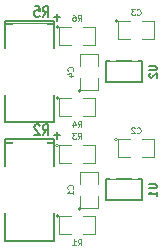
<source format=gbo>
G04 (created by PCBNEW (2013-mar-13)-testing) date Thu 04 Apr 2013 07:07:45 PM CEST*
%MOIN*%
G04 Gerber Fmt 3.4, Leading zero omitted, Abs format*
%FSLAX34Y34*%
G01*
G70*
G90*
G04 APERTURE LIST*
%ADD10C,0.006*%
%ADD11C,0.005*%
%ADD12C,0.0059*%
%ADD13C,0.0039*%
%ADD14C,0.00590551*%
%ADD15C,0.0043*%
%ADD16R,0.02X0.03*%
%ADD17R,0.1181X0.0787*%
%ADD18R,0.055X0.035*%
%ADD19R,0.035X0.055*%
%ADD20R,0.06X0.06*%
%ADD21C,0.06*%
%ADD22R,0.1X0.1*%
%ADD23C,0.1*%
%ADD24C,0.16*%
G04 APERTURE END LIST*
G54D10*
G54D11*
X42313Y-46303D02*
X42313Y-47003D01*
X42313Y-47003D02*
X43513Y-47003D01*
X43513Y-47003D02*
X43513Y-46303D01*
X43513Y-46303D02*
X42313Y-46303D01*
X42313Y-50240D02*
X42313Y-50940D01*
X42313Y-50940D02*
X43513Y-50940D01*
X43513Y-50940D02*
X43513Y-50240D01*
X43513Y-50240D02*
X42313Y-50240D01*
G54D12*
X38936Y-45078D02*
X40590Y-45078D01*
X38936Y-44960D02*
X40590Y-44960D01*
X38936Y-48346D02*
X40590Y-48346D01*
X40592Y-47439D02*
X40592Y-48339D01*
X38934Y-48339D02*
X38934Y-47439D01*
X38934Y-45866D02*
X38934Y-44966D01*
X40592Y-44967D02*
X40592Y-45867D01*
X38936Y-49015D02*
X40590Y-49015D01*
X38936Y-48897D02*
X40590Y-48897D01*
X38936Y-52283D02*
X40590Y-52283D01*
X40592Y-51376D02*
X40592Y-52276D01*
X38934Y-52276D02*
X38934Y-51376D01*
X38934Y-49803D02*
X38934Y-48903D01*
X40592Y-48904D02*
X40592Y-49804D01*
G54D13*
X41482Y-47303D02*
G75*
G03X41482Y-47303I-50J0D01*
G74*
G01*
X41432Y-46853D02*
X41432Y-47253D01*
X41432Y-47253D02*
X42032Y-47253D01*
X42032Y-47253D02*
X42032Y-46853D01*
X42032Y-46453D02*
X42032Y-46053D01*
X42032Y-46053D02*
X41432Y-46053D01*
X41432Y-46053D02*
X41432Y-46453D01*
X41482Y-51240D02*
G75*
G03X41482Y-51240I-50J0D01*
G74*
G01*
X41432Y-50790D02*
X41432Y-51190D01*
X41432Y-51190D02*
X42032Y-51190D01*
X42032Y-51190D02*
X42032Y-50790D01*
X42032Y-50390D02*
X42032Y-49990D01*
X42032Y-49990D02*
X41432Y-49990D01*
X41432Y-49990D02*
X41432Y-50390D01*
X40738Y-51471D02*
G75*
G03X40738Y-51471I-50J0D01*
G74*
G01*
X41138Y-51471D02*
X40738Y-51471D01*
X40738Y-51471D02*
X40738Y-52071D01*
X40738Y-52071D02*
X41138Y-52071D01*
X41538Y-52071D02*
X41938Y-52071D01*
X41938Y-52071D02*
X41938Y-51471D01*
X41938Y-51471D02*
X41538Y-51471D01*
X40738Y-49109D02*
G75*
G03X40738Y-49109I-50J0D01*
G74*
G01*
X41138Y-49109D02*
X40738Y-49109D01*
X40738Y-49109D02*
X40738Y-49709D01*
X40738Y-49709D02*
X41138Y-49709D01*
X41538Y-49709D02*
X41938Y-49709D01*
X41938Y-49709D02*
X41938Y-49109D01*
X41938Y-49109D02*
X41538Y-49109D01*
X40738Y-47534D02*
G75*
G03X40738Y-47534I-50J0D01*
G74*
G01*
X41138Y-47534D02*
X40738Y-47534D01*
X40738Y-47534D02*
X40738Y-48134D01*
X40738Y-48134D02*
X41138Y-48134D01*
X41538Y-48134D02*
X41938Y-48134D01*
X41938Y-48134D02*
X41938Y-47534D01*
X41938Y-47534D02*
X41538Y-47534D01*
X40738Y-45172D02*
G75*
G03X40738Y-45172I-50J0D01*
G74*
G01*
X41138Y-45172D02*
X40738Y-45172D01*
X40738Y-45172D02*
X40738Y-45772D01*
X40738Y-45772D02*
X41138Y-45772D01*
X41538Y-45772D02*
X41938Y-45772D01*
X41938Y-45772D02*
X41938Y-45172D01*
X41938Y-45172D02*
X41538Y-45172D01*
X42707Y-44975D02*
G75*
G03X42707Y-44975I-50J0D01*
G74*
G01*
X43107Y-44975D02*
X42707Y-44975D01*
X42707Y-44975D02*
X42707Y-45575D01*
X42707Y-45575D02*
X43107Y-45575D01*
X43507Y-45575D02*
X43907Y-45575D01*
X43907Y-45575D02*
X43907Y-44975D01*
X43907Y-44975D02*
X43507Y-44975D01*
X42707Y-48912D02*
G75*
G03X42707Y-48912I-50J0D01*
G74*
G01*
X43107Y-48912D02*
X42707Y-48912D01*
X42707Y-48912D02*
X42707Y-49512D01*
X42707Y-49512D02*
X43107Y-49512D01*
X43507Y-49512D02*
X43907Y-49512D01*
X43907Y-49512D02*
X43907Y-48912D01*
X43907Y-48912D02*
X43507Y-48912D01*
G54D11*
X43748Y-46463D02*
X43951Y-46463D01*
X43975Y-46474D01*
X43986Y-46486D01*
X43998Y-46510D01*
X43998Y-46558D01*
X43986Y-46582D01*
X43975Y-46594D01*
X43951Y-46605D01*
X43748Y-46605D01*
X43772Y-46713D02*
X43760Y-46724D01*
X43748Y-46748D01*
X43748Y-46808D01*
X43760Y-46832D01*
X43772Y-46844D01*
X43796Y-46855D01*
X43820Y-46855D01*
X43855Y-46844D01*
X43998Y-46701D01*
X43998Y-46855D01*
X43748Y-50400D02*
X43951Y-50400D01*
X43975Y-50411D01*
X43986Y-50423D01*
X43998Y-50447D01*
X43998Y-50495D01*
X43986Y-50519D01*
X43975Y-50531D01*
X43951Y-50542D01*
X43748Y-50542D01*
X43998Y-50792D02*
X43998Y-50650D01*
X43998Y-50721D02*
X43748Y-50721D01*
X43784Y-50697D01*
X43808Y-50673D01*
X43820Y-50650D01*
X40207Y-44826D02*
X40307Y-44660D01*
X40378Y-44826D02*
X40378Y-44476D01*
X40264Y-44476D01*
X40236Y-44493D01*
X40221Y-44510D01*
X40207Y-44543D01*
X40207Y-44593D01*
X40221Y-44626D01*
X40236Y-44643D01*
X40264Y-44660D01*
X40378Y-44660D01*
X39936Y-44476D02*
X40078Y-44476D01*
X40093Y-44643D01*
X40078Y-44626D01*
X40050Y-44610D01*
X39978Y-44610D01*
X39950Y-44626D01*
X39936Y-44643D01*
X39921Y-44676D01*
X39921Y-44760D01*
X39936Y-44793D01*
X39950Y-44810D01*
X39978Y-44826D01*
X40050Y-44826D01*
X40078Y-44810D01*
X40093Y-44793D01*
G54D14*
X40676Y-44737D02*
X40676Y-44947D01*
X40781Y-44842D02*
X40571Y-44842D01*
G54D11*
X40207Y-48763D02*
X40307Y-48597D01*
X40378Y-48763D02*
X40378Y-48413D01*
X40264Y-48413D01*
X40236Y-48430D01*
X40221Y-48447D01*
X40207Y-48480D01*
X40207Y-48530D01*
X40221Y-48563D01*
X40236Y-48580D01*
X40264Y-48597D01*
X40378Y-48597D01*
X40093Y-48447D02*
X40078Y-48430D01*
X40050Y-48413D01*
X39978Y-48413D01*
X39950Y-48430D01*
X39936Y-48447D01*
X39921Y-48480D01*
X39921Y-48513D01*
X39936Y-48563D01*
X40107Y-48763D01*
X39921Y-48763D01*
G54D14*
X40676Y-48674D02*
X40676Y-48884D01*
X40781Y-48779D02*
X40571Y-48779D01*
G54D15*
X41202Y-46620D02*
X41212Y-46611D01*
X41221Y-46583D01*
X41221Y-46564D01*
X41212Y-46536D01*
X41193Y-46517D01*
X41174Y-46508D01*
X41137Y-46498D01*
X41108Y-46498D01*
X41071Y-46508D01*
X41052Y-46517D01*
X41033Y-46536D01*
X41024Y-46564D01*
X41024Y-46583D01*
X41033Y-46611D01*
X41043Y-46620D01*
X41090Y-46789D02*
X41221Y-46789D01*
X41015Y-46742D02*
X41155Y-46695D01*
X41155Y-46817D01*
X41202Y-50557D02*
X41212Y-50548D01*
X41221Y-50520D01*
X41221Y-50501D01*
X41212Y-50473D01*
X41193Y-50454D01*
X41174Y-50445D01*
X41137Y-50435D01*
X41108Y-50435D01*
X41071Y-50445D01*
X41052Y-50454D01*
X41033Y-50473D01*
X41024Y-50501D01*
X41024Y-50520D01*
X41033Y-50548D01*
X41043Y-50557D01*
X41221Y-50745D02*
X41221Y-50632D01*
X41221Y-50689D02*
X41024Y-50689D01*
X41052Y-50670D01*
X41071Y-50651D01*
X41080Y-50632D01*
X41371Y-52441D02*
X41437Y-52348D01*
X41483Y-52441D02*
X41483Y-52244D01*
X41408Y-52244D01*
X41390Y-52254D01*
X41380Y-52263D01*
X41371Y-52282D01*
X41371Y-52310D01*
X41380Y-52329D01*
X41390Y-52338D01*
X41408Y-52348D01*
X41483Y-52348D01*
X41183Y-52441D02*
X41296Y-52441D01*
X41240Y-52441D02*
X41240Y-52244D01*
X41258Y-52273D01*
X41277Y-52291D01*
X41296Y-52301D01*
X41371Y-48898D02*
X41437Y-48804D01*
X41483Y-48898D02*
X41483Y-48701D01*
X41408Y-48701D01*
X41390Y-48711D01*
X41380Y-48720D01*
X41371Y-48739D01*
X41371Y-48767D01*
X41380Y-48786D01*
X41390Y-48795D01*
X41408Y-48804D01*
X41483Y-48804D01*
X41305Y-48701D02*
X41183Y-48701D01*
X41249Y-48776D01*
X41221Y-48776D01*
X41202Y-48786D01*
X41193Y-48795D01*
X41183Y-48814D01*
X41183Y-48861D01*
X41193Y-48879D01*
X41202Y-48889D01*
X41221Y-48898D01*
X41277Y-48898D01*
X41296Y-48889D01*
X41305Y-48879D01*
X41371Y-48504D02*
X41437Y-48411D01*
X41483Y-48504D02*
X41483Y-48307D01*
X41408Y-48307D01*
X41390Y-48317D01*
X41380Y-48326D01*
X41371Y-48345D01*
X41371Y-48373D01*
X41380Y-48392D01*
X41390Y-48401D01*
X41408Y-48411D01*
X41483Y-48411D01*
X41202Y-48373D02*
X41202Y-48504D01*
X41249Y-48298D02*
X41296Y-48439D01*
X41174Y-48439D01*
X41371Y-44961D02*
X41437Y-44867D01*
X41483Y-44961D02*
X41483Y-44764D01*
X41408Y-44764D01*
X41390Y-44774D01*
X41380Y-44783D01*
X41371Y-44802D01*
X41371Y-44830D01*
X41380Y-44849D01*
X41390Y-44858D01*
X41408Y-44867D01*
X41483Y-44867D01*
X41202Y-44764D02*
X41240Y-44764D01*
X41258Y-44774D01*
X41268Y-44783D01*
X41286Y-44811D01*
X41296Y-44849D01*
X41296Y-44924D01*
X41286Y-44942D01*
X41277Y-44952D01*
X41258Y-44961D01*
X41221Y-44961D01*
X41202Y-44952D01*
X41193Y-44942D01*
X41183Y-44924D01*
X41183Y-44877D01*
X41193Y-44858D01*
X41202Y-44849D01*
X41221Y-44839D01*
X41258Y-44839D01*
X41277Y-44849D01*
X41286Y-44858D01*
X41296Y-44877D01*
X43339Y-44746D02*
X43349Y-44755D01*
X43377Y-44764D01*
X43396Y-44764D01*
X43424Y-44755D01*
X43443Y-44736D01*
X43452Y-44717D01*
X43461Y-44680D01*
X43461Y-44652D01*
X43452Y-44614D01*
X43443Y-44595D01*
X43424Y-44577D01*
X43396Y-44567D01*
X43377Y-44567D01*
X43349Y-44577D01*
X43339Y-44586D01*
X43274Y-44567D02*
X43152Y-44567D01*
X43217Y-44642D01*
X43189Y-44642D01*
X43171Y-44652D01*
X43161Y-44661D01*
X43152Y-44680D01*
X43152Y-44727D01*
X43161Y-44746D01*
X43171Y-44755D01*
X43189Y-44764D01*
X43246Y-44764D01*
X43264Y-44755D01*
X43274Y-44746D01*
X43339Y-48683D02*
X43349Y-48692D01*
X43377Y-48701D01*
X43396Y-48701D01*
X43424Y-48692D01*
X43443Y-48673D01*
X43452Y-48654D01*
X43461Y-48617D01*
X43461Y-48589D01*
X43452Y-48551D01*
X43443Y-48532D01*
X43424Y-48514D01*
X43396Y-48504D01*
X43377Y-48504D01*
X43349Y-48514D01*
X43339Y-48523D01*
X43264Y-48523D02*
X43255Y-48514D01*
X43236Y-48504D01*
X43189Y-48504D01*
X43171Y-48514D01*
X43161Y-48523D01*
X43152Y-48542D01*
X43152Y-48561D01*
X43161Y-48589D01*
X43274Y-48701D01*
X43152Y-48701D01*
%LPC*%
G54D16*
X43288Y-47153D03*
X42538Y-47153D03*
X43288Y-46153D03*
X42913Y-47153D03*
X42538Y-46153D03*
X43288Y-51090D03*
X42538Y-51090D03*
X43288Y-50090D03*
X42913Y-51090D03*
X42538Y-50090D03*
G54D17*
X39763Y-45472D03*
X39763Y-47834D03*
X39763Y-49409D03*
X39763Y-51771D03*
G54D18*
X41732Y-47028D03*
X41732Y-46278D03*
X41732Y-50965D03*
X41732Y-50215D03*
G54D19*
X40963Y-51771D03*
X41713Y-51771D03*
X40963Y-49409D03*
X41713Y-49409D03*
X40963Y-47834D03*
X41713Y-47834D03*
X40963Y-45472D03*
X41713Y-45472D03*
X42932Y-45275D03*
X43682Y-45275D03*
X42932Y-49212D03*
X43682Y-49212D03*
G54D20*
X49696Y-46622D03*
G54D21*
X50696Y-46622D03*
X49696Y-47622D03*
X50696Y-47622D03*
X49696Y-48622D03*
X50696Y-48622D03*
X49696Y-49622D03*
X50696Y-49622D03*
X49696Y-50622D03*
X50696Y-50622D03*
G54D22*
X38188Y-51590D03*
G54D23*
X38188Y-49590D03*
G54D22*
X38188Y-47653D03*
G54D23*
X38188Y-45653D03*
G54D24*
X35236Y-52952D03*
X50984Y-52952D03*
X35236Y-44094D03*
X50984Y-44094D03*
M02*

</source>
